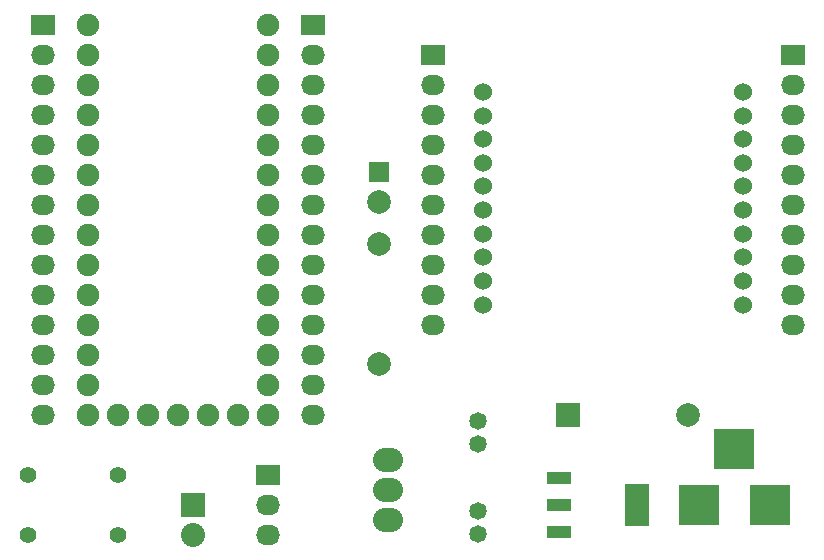
<source format=gts>
G04 #@! TF.FileFunction,Soldermask,Top*
%FSLAX46Y46*%
G04 Gerber Fmt 4.6, Leading zero omitted, Abs format (unit mm)*
G04 Created by KiCad (PCBNEW (2015-05-10 BZR 5649)-product) date Thursday, May 21, 2015 'PMt' 10:04:34 PM*
%MOMM*%
G01*
G04 APERTURE LIST*
%ADD10C,0.100000*%
%ADD11C,1.480820*%
%ADD12R,3.500120X3.500120*%
%ADD13R,1.699260X1.699260*%
%ADD14C,1.998980*%
%ADD15R,1.998980X1.998980*%
%ADD16C,1.524000*%
%ADD17R,2.032000X2.032000*%
%ADD18O,2.032000X2.032000*%
%ADD19R,2.032000X1.727200*%
%ADD20O,2.032000X1.727200*%
%ADD21O,2.540000X2.032000*%
%ADD22C,1.397000*%
%ADD23R,2.032000X3.657600*%
%ADD24R,2.032000X1.016000*%
%ADD25C,1.900000*%
G04 APERTURE END LIST*
D10*
D11*
X168910000Y-172704760D03*
X168910000Y-170703240D03*
X168910000Y-165084760D03*
X168910000Y-163083240D03*
D12*
X187601860Y-170180000D03*
X193601340Y-170180000D03*
X190601600Y-165481000D03*
D13*
X160528000Y-141986000D03*
D14*
X160528000Y-144526000D03*
X186690000Y-162557460D03*
D15*
X176530000Y-162557460D03*
D16*
X169340000Y-135240000D03*
X169340000Y-137240000D03*
X169340000Y-141240000D03*
X169340000Y-139240000D03*
X169340000Y-145240000D03*
X169340000Y-147240000D03*
X169340000Y-149240000D03*
X169340000Y-151240000D03*
X169340000Y-153240000D03*
X191340000Y-153240000D03*
X191340000Y-151240000D03*
X191340000Y-149240000D03*
X191340000Y-147240000D03*
X191340000Y-145240000D03*
X191340000Y-143240000D03*
X191340000Y-141240000D03*
X191340000Y-139240000D03*
X191340000Y-137240000D03*
X191340000Y-135240000D03*
X169340000Y-143240000D03*
D17*
X144780000Y-170180000D03*
D18*
X144780000Y-172720000D03*
D19*
X151130000Y-167640000D03*
D20*
X151130000Y-170180000D03*
X151130000Y-172720000D03*
D19*
X165100000Y-132080000D03*
D20*
X165100000Y-134620000D03*
X165100000Y-137160000D03*
X165100000Y-139700000D03*
X165100000Y-142240000D03*
X165100000Y-144780000D03*
X165100000Y-147320000D03*
X165100000Y-149860000D03*
X165100000Y-152400000D03*
X165100000Y-154940000D03*
D19*
X195580000Y-132080000D03*
D20*
X195580000Y-134620000D03*
X195580000Y-137160000D03*
X195580000Y-139700000D03*
X195580000Y-142240000D03*
X195580000Y-144780000D03*
X195580000Y-147320000D03*
X195580000Y-149860000D03*
X195580000Y-152400000D03*
X195580000Y-154940000D03*
D19*
X132080000Y-129540000D03*
D20*
X132080000Y-132080000D03*
X132080000Y-134620000D03*
X132080000Y-137160000D03*
X132080000Y-139700000D03*
X132080000Y-142240000D03*
X132080000Y-144780000D03*
X132080000Y-147320000D03*
X132080000Y-149860000D03*
X132080000Y-152400000D03*
X132080000Y-154940000D03*
X132080000Y-157480000D03*
X132080000Y-160020000D03*
X132080000Y-162560000D03*
D19*
X154940000Y-129540000D03*
D20*
X154940000Y-132080000D03*
X154940000Y-134620000D03*
X154940000Y-137160000D03*
X154940000Y-139700000D03*
X154940000Y-142240000D03*
X154940000Y-144780000D03*
X154940000Y-147320000D03*
X154940000Y-149860000D03*
X154940000Y-152400000D03*
X154940000Y-154940000D03*
X154940000Y-157480000D03*
X154940000Y-160020000D03*
X154940000Y-162560000D03*
D21*
X161290000Y-168910000D03*
X161290000Y-171450000D03*
X161290000Y-166370000D03*
D14*
X160528000Y-158242000D03*
X160528000Y-148082000D03*
D22*
X138430000Y-167640000D03*
X138430000Y-172720000D03*
X130810000Y-167640000D03*
X130810000Y-172720000D03*
D23*
X182372000Y-170180000D03*
D24*
X175768000Y-170180000D03*
X175768000Y-172466000D03*
X175768000Y-167894000D03*
D25*
X148590000Y-162560000D03*
X146050000Y-162560000D03*
X143510000Y-162560000D03*
X140970000Y-162560000D03*
X138430000Y-162560000D03*
X135890000Y-132080000D03*
X135890000Y-134620000D03*
X135890000Y-137160000D03*
X135890000Y-139700000D03*
X135890000Y-142240000D03*
X135890000Y-144780000D03*
X135890000Y-147320000D03*
X135890000Y-149860000D03*
X135890000Y-152400000D03*
X135890000Y-154940000D03*
X135890000Y-157480000D03*
X135890000Y-160020000D03*
X135890000Y-162560000D03*
X151130000Y-162560000D03*
X151130000Y-160020000D03*
X151130000Y-157480000D03*
X151130000Y-154940000D03*
X151130000Y-152400000D03*
X151130000Y-149860000D03*
X151130000Y-147320000D03*
X151130000Y-144780000D03*
X151130000Y-142240000D03*
X151130000Y-139700000D03*
X151130000Y-137160000D03*
X151130000Y-134620000D03*
X151130000Y-132080000D03*
X151130000Y-129540000D03*
X135890000Y-129540000D03*
M02*

</source>
